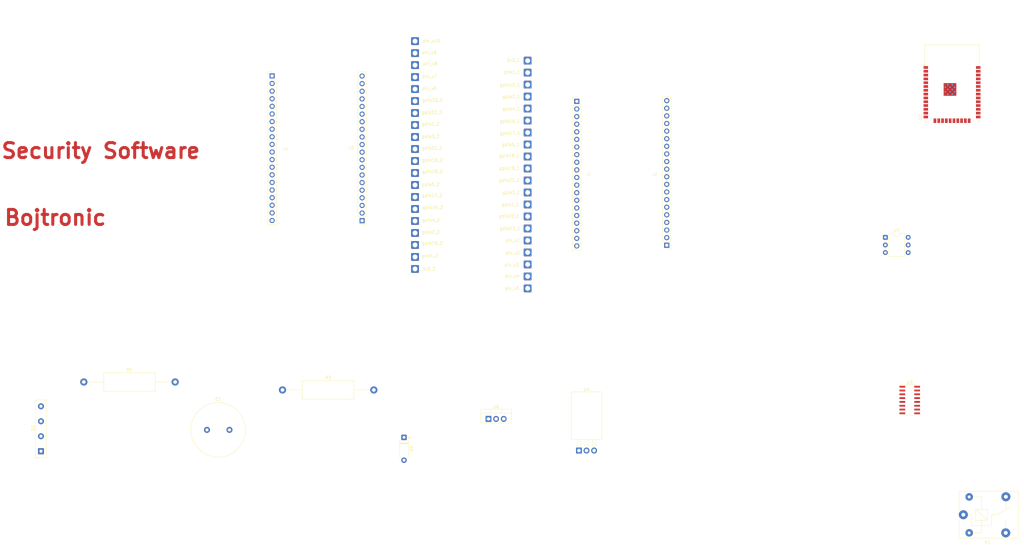
<source format=kicad_pcb>
(kicad_pcb (version 20241229) (generator "pcbnew") (generator_version "9.0")
  (layers (0 "F.Cu" signal) (2 "B.Cu" signal) (13 "F.Paste" user) (15 "B.Paste" user) (5 "F.SilkS" user "F.Silkscreen") (7 "B.SilkS" user "B.Silkscreen") (1 "F.Mask" user) (3 "B.Mask" user) (25 "Edge.Cuts" user))
  (net 0 "")
  (net 21 "Net-(3v3_2-Pin_1)")
  (net 22 "Net-(J3-Pin_2)")
  (net 23 "Net-(J3-Pin_13)")
  (net 24 "Net-(J3-Pin_4)")
  (net 25 "Net-(J3-Pin_12)")
  (net 26 "Net-(J3-Pin_5)")
  (net 27 "Net-(J3-Pin_8)")
  (net 28 "Net-(J3-Pin_3)")
  (net 29 "Net-(J3-Pin_6)")
  (net 30 "Net-(J3-Pin_7)")
  (net 31 "Net-(J3-Pin_9)")
  (net 32 "Net-(J3-Pin_10)")
  (net 33 "Net-(J3-Pin_11)")
  (net 34 "Net-(J3-Pin_14)")
  (net 35 "Net-(J3-Pin_15)")
  (net 36 "Net-(J3-Pin_16)")
  (net 37 "Net-(J3-Pin_17)")
  (net 38 "Net-(J3-Pin_18)")
  (net 39 "Net-(J3-Pin_19)")
  (net 40 "Net-(J3-Pin_20)")
  (net 61 "Net-(J1-Pin_18)")
  (net 62 "Net-(J1-Pin_20)")
  (net 63 "Net-(J1-Pin_17)")
  (net 64 "Net-(J1-Pin_19)")
  (net 65 "Net-(J1-Pin_16)")
  (net 66 "Net-(J1-Pin_15)")
  (net 67 "Net-(J1-Pin_14)")
  (net 68 "Net-(J1-Pin_11)")
  (net 69 "Net-(J1-Pin_10)")
  (net 70 "Net-(J1-Pin_9)")
  (net 71 "Net-(J1-Pin_7)")
  (net 72 "Net-(J1-Pin_6)")
  (net 73 "Net-(J1-Pin_3)")
  (net 74 "Net-(J1-Pin_8)")
  (net 75 "Net-(J1-Pin_5)")
  (net 76 "Net-(J1-Pin_12)")
  (net 77 "Net-(J1-Pin_4)")
  (net 78 "Net-(J1-Pin_13)")
  (net 79 "Net-(J1-Pin_2)")
  (net 80 "Net-(3v3_1-Pin_1)")
  (net 87 "Net-(U2-GND-Pad1)")
  (footprint "Connector_Wire:SolderWire-0.75sqmm_1x01_D1.25mm_OD2.3mm" (layer "F.Cu") (at 110.22 -0.89)
    (property "Reference" "gpio2_1" (at -5.47 0 0) (layer "F.SilkS"))
    (property "Value" "~" (hide yes))
    (pad "1" thru_hole roundrect (at 0 0) (size 2.6 2.6) (drill 1.6) (layers "*.Cu" "*.Mask") (roundrect_rratio 0.096154) (net 77 "Net-(J1-Pin_4)"))
  )
  (footprint "RF_Module:ESP32-WROOM-32" (layer "F.Cu") (at 251.845 -2.3625)
    (property "Reference" "U2" (at -10.61 8.43 90) (layer "F.SilkS"))
    (property "Value" "ESP32-WROOM-32")
    (fp_line (start -9.12 -15.86) (end -9.12 -9.7) (stroke (width 0.12)) (layer "F.SilkS"))
    (fp_line (start -9.12 -15.86) (end 9.12 -15.86) (stroke (width 0.12)) (layer "F.SilkS"))
    (fp_line (start -9.12 9.1) (end -9.12 9.88) (stroke (width 0.12)) (layer "F.SilkS"))
    (fp_line (start -9.12 9.88) (end -8.12 9.88) (stroke (width 0.12)) (layer "F.SilkS"))
    (fp_line (start 9.12 -15.86) (end 9.12 -9.445) (stroke (width 0.12)) (layer "F.SilkS"))
    (fp_line (start 9.12 9.1) (end 9.12 9.88) (stroke (width 0.12)) (layer "F.SilkS"))
    (fp_line (start 9.12 9.88) (end 8.12 9.88) (stroke (width 0.12)) (layer "F.SilkS"))
    (fp_poly (pts (xy -9.125 -8.975) (xy -9.625 -8.975) (xy -9.125 -9.475) (xy -9.125 -8.975)) (stroke (width 0.12)) (fill yes) (layer "F.SilkS"))
    (pad "1" smd rect (at -8.75 -8.25) (size 1.5 0.9) (layers "F.Cu" "F.Mask" "F.Paste") (net 87 "Net-(U2-GND-Pad1)"))
    (pad "2" smd rect (at -8.75 -6.98) (size 1.5 0.9) (layers "F.Cu" "F.Mask" "F.Paste"))
    (pad "3" smd rect (at -8.75 -5.71) (size 1.5 0.9) (layers "F.Cu" "F.Mask" "F.Paste"))
    (pad "4" smd rect (at -8.75 -4.44) (size 1.5 0.9) (layers "F.Cu" "F.Mask" "F.Paste"))
    (pad "5" smd rect (at -8.75 -3.17) (size 1.5 0.9) (layers "F.Cu" "F.Mask" "F.Paste"))
    (pad "6" smd rect (at -8.75 -1.9) (size 1.5 0.9) (layers "F.Cu" "F.Mask" "F.Paste"))
    (pad "7" smd rect (at -8.75 -0.63) (size 1.5 0.9) (layers "F.Cu" "F.Mask" "F.Paste"))
    (pad "8" smd rect (at -8.75 0.64) (size 1.5 0.9) (layers "F.Cu" "F.Mask" "F.Paste"))
    (pad "9" smd rect (at -8.75 1.91) (size 1.5 0.9) (layers "F.Cu" "F.Mask" "F.Paste"))
    (pad "10" smd rect (at -8.75 3.18) (size 1.5 0.9) (layers "F.Cu" "F.Mask" "F.Paste"))
    (pad "11" smd rect (at -8.75 4.45) (size 1.5 0.9) (layers "F.Cu" "F.Mask" "F.Paste"))
    (pad "12" smd rect (at -8.75 5.72) (size 1.5 0.9) (layers "F.Cu" "F.Mask" "F.Paste"))
    (pad "13" smd rect (at -8.75 6.99) (size 1.5 0.9) (layers "F.Cu" "F.Mask" "F.Paste"))
    (pad "14" smd rect (at -8.75 8.26) (size 1.5 0.9) (layers "F.Cu" "F.Mask" "F.Paste"))
    (pad "15" smd rect (at -5.71 9.51 90) (size 1.5 0.9) (layers "F.Cu" "F.Mask" "F.Paste") (net 87 "Net-(U2-GND-Pad1)"))
    (pad "16" smd rect (at -4.44 9.51 90) (size 1.5 0.9) (layers "F.Cu" "F.Mask" "F.Paste"))
    (pad "17" smd rect (at -3.17 9.51 90) (size 1.5 0.9) (layers "F.Cu" "F.Mask" "F.Paste"))
    (pad "18" smd rect (at -1.9 9.51 90) (size 1.5 0.9) (layers "F.Cu" "F.Mask" "F.Paste"))
    (pad "19" smd rect (at -0.63 9.51 90) (size 1.5 0.9) (layers "F.Cu" "F.Mask" "F.Paste"))
    (pad "20" smd rect (at 0.64 9.51 90) (size 1.5 0.9) (layers "F.Cu" "F.Mask" "F.Paste"))
    (pad "21" smd rect (at 1.91 9.51 90) (size 1.5 0.9) (layers "F.Cu" "F.Mask" "F.Paste"))
    (pad "22" smd rect (at 3.18 9.51 90) (size 1.5 0.9) (layers "F.Cu" "F.Mask" "F.Paste"))
    (pad "23" smd rect (at 4.45 9.51 90) (size 1.5 0.9) (layers "F.Cu" "F.Mask" "F.Paste"))
    (pad "24" smd rect (at 5.72 9.51 90) (size 1.5 0.9) (layers "F.Cu" "F.Mask" "F.Paste"))
    (pad "25" smd rect (at 8.75 8.26) (size 1.5 0.9) (layers "F.Cu" "F.Mask" "F.Paste"))
    (pad "26" smd rect (at 8.75 6.99) (size 1.5 0.9) (layers "F.Cu" "F.Mask" "F.Paste"))
    (pad "27" smd rect (at 8.75 5.72) (size 1.5 0.9) (layers "F.Cu" "F.Mask" "F.Paste"))
    (pad "28" smd rect (at 8.75 4.45) (size 1.5 0.9) (layers "F.Cu" "F.Mask" "F.Paste"))
    (pad "29" smd rect (at 8.75 3.18) (size 1.5 0.9) (layers "F.Cu" "F.Mask" "F.Paste"))
    (pad "30" smd rect (at 8.75 1.91) (size 1.5 0.9) (layers "F.Cu" "F.Mask" "F.Paste"))
    (pad "31" smd rect (at 8.75 0.64) (size 1.5 0.9) (layers "F.Cu" "F.Mask" "F.Paste"))
    (pad "32" smd rect (at 8.75 -0.63) (size 1.5 0.9) (layers "F.Cu" "F.Mask" "F.Paste"))
    (pad "33" smd rect (at 8.75 -1.9) (size 1.5 0.9) (layers "F.Cu" "F.Mask" "F.Paste"))
    (pad "34" smd rect (at 8.75 -3.17) (size 1.5 0.9) (layers "F.Cu" "F.Mask" "F.Paste"))
    (pad "35" smd rect (at 8.75 -4.44) (size 1.5 0.9) (layers "F.Cu" "F.Mask" "F.Paste"))
    (pad "36" smd rect (at 8.75 -5.71) (size 1.5 0.9) (layers "F.Cu" "F.Mask" "F.Paste"))
    (pad "37" smd rect (at 8.75 -6.98) (size 1.5 0.9) (layers "F.Cu" "F.Mask" "F.Paste"))
    (pad "38" smd rect (at 8.75 -8.25) (size 1.5 0.9) (layers "F.Cu" "F.Mask" "F.Paste") (net 87 "Net-(U2-GND-Pad1)"))
    (pad "39" smd rect (at -2.205 -2.435) (size 1.05 1.05) (layers "F.Cu" "F.Paste") (net 87 "Net-(U2-GND-Pad1)"))
    (pad "39" thru_hole circle (at -2.205 -1.6725) (size 0.6 0.6) (drill 0.2) (property pad_prop_heatsink) (layers "*.Cu" "F.Mask") (net 87 "Net-(U2-GND-Pad1)"))
    (pad "39" smd rect (at -2.205 -0.91) (size 1.05 1.05) (layers "F.Cu" "F.Paste") (net 87 "Net-(U2-GND-Pad1)"))
    (pad "39" thru_hole circle (at -2.205 -0.1475) (size 0.6 0.6) (drill 0.2) (property pad_prop_heatsink) (layers "*.Cu" "F.Mask") (net 87 "Net-(U2-GND-Pad1)"))
    (pad "39" smd rect (at -2.205 0.615) (size 1.05 1.05) (layers "F.Cu" "F.Paste") (net 87 "Net-(U2-GND-Pad1)"))
    (pad "39" thru_hole circle (at -1.4425 -2.435) (size 0.6 0.6) (drill 0.2) (property pad_prop_heatsink) (layers "*.Cu" "F.Mask") (net 87 "Net-(U2-GND-Pad1)"))
    (pad "39" thru_hole circle (at -1.4425 -0.91) (size 0.6 0.6) (drill 0.2) (property pad_prop_heatsink) (layers "*.Cu" "F.Mask") (net 87 "Net-(U2-GND-Pad1)"))
    (pad "39" thru_hole circle (at -1.4425 0.615) (size 0.6 0.6) (drill 0.2) (property pad_prop_heatsink) (layers "*.Cu" "F.Mask") (net 87 "Net-(U2-GND-Pad1)"))
    (pad "39" smd rect (at -0.68 -2.435) (size 1.05 1.05) (layers "F.Cu" "F.Paste") (net 87 "Net-(U2-GND-Pad1)"))
    (pad "39" thru_hole circle (at -0.68 -1.6725) (size 0.6 0.6) (drill 0.2) (property pad_prop_heatsink) (layers "*.Cu" "F.Mask") (net 87 "Net-(U2-GND-Pad1)"))
    (pad "39" smd rect (at -0.68 -0.91) (size 1.05 1.05) (layers "F.Cu" "F.Paste") (net 87 "Net-(U2-GND-Pad1)"))
    (pad "39" smd rect (at -0.68 -0.91) (size 4.2 4.2) (property pad_prop_heatsink) (layers "F.Cu" "F.Mask") (net 87 "Net-(U2-GND-Pad1)"))
    (pad "39" thru_hole circle (at -0.68 -0.1475) (size 0.6 0.6) (drill 0.2) (property pad_prop_heatsink) (layers "*.Cu" "F.Mask") (net 87 "Net-(U2-GND-Pad1)"))
    (pad "39" smd rect (at -0.68 0.615) (size 1.05 1.05) (layers "F.Cu" "F.Paste") (net 87 "Net-(U2-GND-Pad1)"))
    (pad "39" thru_hole circle (at 0.0825 -2.435) (size 0.6 0.6) (drill 0.2) (property pad_prop_heatsink) (layers "*.Cu" "F.Mask") (net 87 "Net-(U2-GND-Pad1)"))
    (pad "39" thru_hole circle (at 0.0825 -0.91) (size 0.6 0.6) (drill 0.2) (property pad_prop_heatsink) (layers "*.Cu" "F.Mask") (net 87 "Net-(U2-GND-Pad1)"))
    (pad "39" thru_hole circle (at 0.0825 0.615) (size 0.6 0.6) (drill 0.2) (property pad_prop_heatsink) (layers "*.Cu" "F.Mask") (net 87 "Net-(U2-GND-Pad1)"))
    (pad "39" smd rect (at 0.845 -2.435) (size 1.05 1.05) (layers "F.Cu" "F.Paste") (net 87 "Net-(U2-GND-Pad1)"))
    (pad "39" thru_hole circle (at 0.845 -1.6725) (size 0.6 0.6) (drill 0.2) (property pad_prop_heatsink) (layers "*.Cu" "F.Mask") (net 87 "Net-(U2-GND-Pad1)"))
    (pad "39" smd rect (at 0.845 -0.91) (size 1.05 1.05) (layers "F.Cu" "F.Paste") (net 87 "Net-(U2-GND-Pad1)"))
    (pad "39" thru_hole circle (at 0.845 -0.1475) (size 0.6 0.6) (drill 0.2) (property pad_prop_heatsink) (layers "*.Cu" "F.Mask") (net 87 "Net-(U2-GND-Pad1)"))
    (pad "39" smd rect (at 0.845 0.615) (size 1.05 1.05) (layers "F.Cu" "F.Paste") (net 87 "Net-(U2-GND-Pad1)"))
  )
  (footprint "Connector_Wire:SolderWire-0.75sqmm_1x01_D1.25mm_OD2.3mm" (layer "F.Cu") (at 110.22 31.11)
    (property "Reference" "gpio3_1" (at -5.47 0.01 0) (layer "F.SilkS"))
    (property "Value" "~" (hide yes))
    (pad "1" thru_hole roundrect (at 0 0) (size 2.6 2.6) (drill 1.6) (layers "*.Cu" "*.Mask") (roundrect_rratio 0.096154) (net 76 "Net-(J1-Pin_12)"))
  )
  (footprint "Package_TO_SOT_THT:TO-220-3_Horizontal_TabDown" (layer "F.Cu") (at 127.32 117.23)
    (property "Reference" "U4" (at 2.54 -20.41 0) (layer "F.SilkS"))
    (property "Value" "LM1117T-3.3")
    (fp_line (start -2.57 -19.57) (end 7.65 -19.57) (stroke (width 0.12)) (layer "F.SilkS"))
    (fp_line (start -2.57 -3.7) (end -2.57 -19.57) (stroke (width 0.12)) (layer "F.SilkS"))
    (fp_line (start -2.57 -3.7) (end 7.65 -3.7) (stroke (width 0.12)) (layer "F.SilkS"))
    (fp_line (start -0.485 -3.7) (end -0.485 -1.26) (stroke (width 0.12)) (layer "F.SilkS"))
    (fp_line (start 0.485 -3.7) (end 0.485 -1.26) (stroke (width 0.12)) (layer "F.SilkS"))
    (fp_line (start 2.055 -3.7) (end 2.055 -1.26) (stroke (width 0.12)) (layer "F.SilkS"))
    (fp_line (start 3.025 -3.7) (end 3.025 -1.26) (stroke (width 0.12)) (layer "F.SilkS"))
    (fp_line (start 4.595 -3.7) (end 4.595 -1.26) (stroke (width 0.12)) (layer "F.SilkS"))
    (fp_line (start 5.565 -3.7) (end 5.565 -1.26) (stroke (width 0.12)) (layer "F.SilkS"))
    (fp_line (start 7.65 -3.7) (end 7.65 -19.57) (stroke (width 0.12)) (layer "F.SilkS"))
    (pad "" np_thru_hole circle (at 2.54 -16.66) (size 3.5 3.5) (drill 3.5) (layers "*.Cu" "*.Mask"))
    (pad "1" thru_hole rect (at 0 0) (size 1.905 2) (drill 1.1) (layers "*.Cu" "*.Mask"))
    (pad "2" thru_hole oval (at 2.54 0) (size 1.905 2) (drill 1.1) (layers "*.Cu" "*.Mask"))
    (pad "3" thru_hole oval (at 5.08 0) (size 1.905 2) (drill 1.1) (layers "*.Cu" "*.Mask"))
  )
  (footprint "Package_SO:SOIC-16_3.9x9.9mm_P1.27mm" (layer "F.Cu") (at 237.725 100.365)
    (property "Reference" "U3" (at 0 -5.9 0) (layer "F.SilkS"))
    (property "Value" "CH340C")
    (fp_line (start -2.06 -5.06) (end 2.06 -5.06) (stroke (width 0.12)) (layer "F.SilkS"))
    (fp_line (start -2.06 -5.005) (end -2.06 -5.06) (stroke (width 0.12)) (layer "F.SilkS"))
    (fp_line (start -2.06 5.06) (end -2.06 5.005) (stroke (width 0.12)) (layer "F.SilkS"))
    (fp_line (start 2.06 -5.06) (end 2.06 -5.005) (stroke (width 0.12)) (layer "F.SilkS"))
    (fp_line (start 2.06 5.005) (end 2.06 5.06) (stroke (width 0.12)) (layer "F.SilkS"))
    (fp_line (start 2.06 5.06) (end -2.06 5.06) (stroke (width 0.12)) (layer "F.SilkS"))
    (fp_poly (pts (xy -2.6 -5.01) (xy -2.84 -5.34) (xy -2.36 -5.34)) (stroke (width 0.12)) (fill yes) (layer "F.SilkS"))
    (pad "1" smd roundrect (at -2.475 -4.445) (size 1.95 0.6) (layers "F.Cu" "F.Mask" "F.Paste"))
    (pad "2" smd roundrect (at -2.475 -3.175) (size 1.95 0.6) (layers "F.Cu" "F.Mask" "F.Paste"))
    (pad "3" smd roundrect (at -2.475 -1.905) (size 1.95 0.6) (layers "F.Cu" "F.Mask" "F.Paste"))
    (pad "4" smd roundrect (at -2.475 -0.635) (size 1.95 0.6) (layers "F.Cu" "F.Mask" "F.Paste"))
    (pad "5" smd roundrect (at -2.475 0.635) (size 1.95 0.6) (layers "F.Cu" "F.Mask" "F.Paste"))
    (pad "6" smd roundrect (at -2.475 1.905) (size 1.95 0.6) (layers "F.Cu" "F.Mask" "F.Paste"))
    (pad "7" smd roundrect (at -2.475 3.175) (size 1.95 0.6) (layers "F.Cu" "F.Mask" "F.Paste"))
    (pad "8" smd roundrect (at -2.475 4.445) (size 1.95 0.6) (layers "F.Cu" "F.Mask" "F.Paste"))
    (pad "9" smd roundrect (at 2.475 4.445) (size 1.95 0.6) (layers "F.Cu" "F.Mask" "F.Paste"))
    (pad "10" smd roundrect (at 2.475 3.175) (size 1.95 0.6) (layers "F.Cu" "F.Mask" "F.Paste"))
    (pad "11" smd roundrect (at 2.475 1.905) (size 1.95 0.6) (layers "F.Cu" "F.Mask" "F.Paste"))
    (pad "12" smd roundrect (at 2.475 0.635) (size 1.95 0.6) (layers "F.Cu" "F.Mask" "F.Paste"))
    (pad "13" smd roundrect (at 2.475 -0.635) (size 1.95 0.6) (layers "F.Cu" "F.Mask" "F.Paste"))
    (pad "14" smd roundrect (at 2.475 -1.905) (size 1.95 0.6) (layers "F.Cu" "F.Mask" "F.Paste"))
    (pad "15" smd roundrect (at 2.475 -3.175) (size 1.95 0.6) (layers "F.Cu" "F.Mask" "F.Paste"))
    (pad "16" smd roundrect (at 2.475 -4.445) (size 1.95 0.6) (layers "F.Cu" "F.Mask" "F.Paste"))
  )
  (footprint "Resistor_THT:R_Axial_DIN0617_L17.0mm_D6.0mm_P30.48mm_Horizontal" (layer "F.Cu") (at -37.9 94.35)
    (property "Reference" "R1" (at 15.24 -4.12 0) (layer "F.SilkS"))
    (property "Value" "R_US")
    (fp_line (start 1.44 0) (end 6.62 0) (stroke (width 0.12)) (layer "F.SilkS"))
    (fp_line (start 29.04 0) (end 23.86 0) (stroke (width 0.12)) (layer "F.SilkS"))
    (fp_rect (start 6.62 -3.12) (end 23.86 3.12) (stroke (width 0.12)) (fill no) (layer "F.SilkS"))
    (pad "1" thru_hole circle (at 0 0) (size 2.4 2.4) (drill 1.2) (layers "*.Cu" "*.Mask"))
    (pad "2" thru_hole circle (at 30.48 0) (size 2.4 2.4) (drill 1.2) (layers "*.Cu" "*.Mask"))
  )
  (footprint "Connector_Wire:SolderWire-0.75sqmm_1x01_D1.25mm_OD2.3mm" (layer "F.Cu") (at 110.22 23.11)
    (property "Reference" "gpio19_1" (at -6.06 -0.12 0) (layer "F.SilkS"))
    (property "Value" "~" (hide yes))
    (pad "1" thru_hole roundrect (at 0 0) (size 2.6 2.6) (drill 1.6) (layers "*.Cu" "*.Mask") (roundrect_rratio 0.096154) (net 69 "Net-(J1-Pin_10)"))
  )
  (footprint "Connector_Wire:SolderWire-0.75sqmm_1x01_D1.25mm_OD2.3mm" (layer "F.Cu") (at 72.64 44.61)
    (property "Reference" "gpio2_2" (at 5.32 -0.3 0) (layer "F.SilkS"))
    (property "Value" "~" (hide yes))
    (pad "1" thru_hole roundrect (at 0 0) (size 2.6 2.6) (drill 1.6) (layers "*.Cu" "*.Mask") (roundrect_rratio 0.096154) (net 24 "Net-(J3-Pin_4)"))
  )
  (footprint "Connector_Wire:SolderWire-0.75sqmm_1x01_D1.25mm_OD2.3mm" (layer "F.Cu") (at 72.64 -19.39)
    (property "Reference" "pin_x10" (at 5.43 -0.09 0) (layer "F.SilkS"))
    (property "Value" "~" (hide yes))
    (pad "1" thru_hole roundrect (at 0 0) (size 2.6 2.6) (drill 1.6) (layers "*.Cu" "*.Mask") (roundrect_rratio 0.096154) (net 40 "Net-(J3-Pin_20)"))
  )
  (footprint "Connector_Wire:SolderWire-0.75sqmm_1x01_D1.25mm_OD2.3mm" (layer "F.Cu") (at 72.64 56.61)
    (property "Reference" "3v3_2" (at 4.58 0.03 0) (layer "F.SilkS"))
    (property "Value" "~" (hide yes))
    (pad "1" thru_hole roundrect (at 0 0) (size 2.6 2.6) (drill 1.6) (layers "*.Cu" "*.Mask") (roundrect_rratio 0.096154) (net 21 "Net-(3v3_2-Pin_1)"))
  )
  (footprint "Connector_Wire:SolderWire-0.75sqmm_1x01_D1.25mm_OD2.3mm" (layer "F.Cu") (at 72.64 -3.39)
    (property "Reference" "pin_x6" (at 4.74 -0.2 0) (layer "F.SilkS"))
    (property "Value" "~" (hide yes))
    (pad "1" thru_hole roundrect (at 0 0) (size 2.6 2.6) (drill 1.6) (layers "*.Cu" "*.Mask") (roundrect_rratio 0.096154) (net 36 "Net-(J3-Pin_16)"))
  )
  (footprint "Connector_Wire:SolderWire-0.75sqmm_1x01_D1.25mm_OD2.3mm" (layer "F.Cu") (at 110.22 7.11)
    (property "Reference" "gpio16_1" (at -5.91 0.19 0) (layer "F.SilkS"))
    (property "Value" "~" (hide yes))
    (pad "1" thru_hole roundrect (at 0 0) (size 2.6 2.6) (drill 1.6) (layers "*.Cu" "*.Mask") (roundrect_rratio 0.096154) (net 72 "Net-(J1-Pin_6)"))
  )
  (footprint "Connector_Wire:SolderWire-0.75sqmm_1x01_D1.25mm_OD2.3mm" (layer "F.Cu") (at 110.22 39.11)
    (property "Reference" "gpio22_1" (at -6.21 -0.15 0) (layer "F.SilkS"))
    (property "Value" "~" (hide yes))
    (pad "1" thru_hole roundrect (at 0 0) (size 2.6 2.6) (drill 1.6) (layers "*.Cu" "*.Mask") (roundrect_rratio 0.096154) (net 67 "Net-(J1-Pin_14)"))
  )
  (footprint "Connector_Wire:SolderWire-0.75sqmm_1x01_D1.25mm_OD2.3mm" (layer "F.Cu") (at 72.64 24.61)
    (property "Reference" "gpio18_2" (at 5.82 -0.49 0) (layer "F.SilkS"))
    (property "Value" "~" (hide yes))
    (pad "1" thru_hole roundrect (at 0 0) (size 2.6 2.6) (drill 1.6) (layers "*.Cu" "*.Mask") (roundrect_rratio 0.096154) (net 31 "Net-(J3-Pin_9)"))
  )
  (footprint "Connector_Wire:SolderWire-0.75sqmm_1x01_D1.25mm_OD2.3mm" (layer "F.Cu") (at 72.64 -11.39)
    (property "Reference" "pin_x8" (at 5.04 -0.49 0) (layer "F.SilkS"))
    (property "Value" "~" (hide yes))
    (pad "1" thru_hole roundrect (at 0 0) (size 2.6 2.6) (drill 1.6) (layers "*.Cu" "*.Mask") (roundrect_rratio 0.096154) (net 38 "Net-(J3-Pin_18)"))
  )
  (footprint "Connector_Wire:SolderWire-0.75sqmm_1x01_D1.25mm_OD2.3mm" (layer "F.Cu") (at 72.64 4.61)
    (property "Reference" "gpio22_2" (at 5.62 -0.19 0) (layer "F.SilkS"))
    (property "Value" "~" (hide yes))
    (pad "1" thru_hole roundrect (at 0 0) (size 2.6 2.6) (drill 1.6) (layers "*.Cu" "*.Mask") (roundrect_rratio 0.096154) (net 34 "Net-(J3-Pin_14)"))
  )
  (footprint "Package_DIP:DIP-6_W7.62mm" (layer "F.Cu") (at 229.59 46.08)
    (property "Reference" "U1" (at 3.81 -2.33 0) (layer "F.SilkS"))
    (property "Value" "4N35")
    (fp_line (start 1.16 -1.33) (end 1.16 6.41) (stroke (width 0.12)) (layer "F.SilkS"))
    (fp_line (start 1.16 6.41) (end 6.46 6.41) (stroke (width 0.12)) (layer "F.SilkS"))
    (fp_line (start 2.81 -1.33) (end 1.16 -1.33) (stroke (width 0.12)) (layer "F.SilkS"))
    (fp_line (start 6.46 -1.33) (end 4.81 -1.33) (stroke (width 0.12)) (layer "F.SilkS"))
    (fp_line (start 6.46 6.41) (end 6.46 -1.33) (stroke (width 0.12)) (layer "F.SilkS"))
    (fp_arc (start 4.81 -1.33) (mid 3.81 -0.33) (end 2.81 -1.33) (stroke (width 0.12)) (layer "F.SilkS"))
    (pad "1" thru_hole roundrect (at 0 0) (size 1.6 1.6) (drill 0.8) (layers "*.Cu" "*.Mask") (roundrect_rratio 0.15625))
    (pad "2" thru_hole circle (at 0 2.54) (size 1.6 1.6) (drill 0.8) (layers "*.Cu" "*.Mask"))
    (pad "3" thru_hole circle (at 0 5.08) (size 1.6 1.6) (drill 0.8) (layers "*.Cu" "*.Mask"))
    (pad "4" thru_hole circle (at 7.62 5.08) (size 1.6 1.6) (drill 0.8) (layers "*.Cu" "*.Mask"))
    (pad "5" thru_hole circle (at 7.62 2.54) (size 1.6 1.6) (drill 0.8) (layers "*.Cu" "*.Mask"))
    (pad "6" thru_hole circle (at 7.62 0) (size 1.6 1.6) (drill 0.8) (layers "*.Cu" "*.Mask"))
  )
  (footprint "Connector_Wire:SolderWire-0.75sqmm_1x01_D1.25mm_OD2.3mm" (layer "F.Cu") (at 110.22 -8.89)
    (property "Reference" "gnd1_1" (at -5.17 -0.23 0) (layer "F.SilkS"))
    (property "Value" "~" (hide yes))
    (pad "1" thru_hole roundrect (at 0 0) (size 2.6 2.6) (drill 1.6) (layers "*.Cu" "*.Mask") (roundrect_rratio 0.096154) (net 79 "Net-(J1-Pin_2)"))
  )
  (footprint "Connector_Wire:SolderWire-0.75sqmm_1x01_D1.25mm_OD2.3mm" (layer "F.Cu") (at 110.22 -4.89)
    (property "Reference" "gpio15_1" (at -5.91 0.06 0) (layer "F.SilkS"))
    (property "Value" "~" (hide yes))
    (pad "1" thru_hole roundrect (at 0 0) (size 2.6 2.6) (drill 1.6) (layers "*.Cu" "*.Mask") (roundrect_rratio 0.096154) (net 73 "Net-(J1-Pin_3)"))
  )
  (footprint "Connector_Wire:SolderWire-0.75sqmm_1x01_D1.25mm_OD2.3mm" (layer "F.Cu") (at 72.64 8.61)
    (property "Reference" "gpio1_2" (at 5.22 -0.4 0) (layer "F.SilkS"))
    (property "Value" "~" (hide yes))
    (pad "1" thru_hole roundrect (at 0 0) (size 2.6 2.6) (drill 1.6) (layers "*.Cu" "*.Mask") (roundrect_rratio 0.096154) (net 23 "Net-(J3-Pin_13)"))
  )
  (footprint "Connector_Wire:SolderWire-0.75sqmm_1x01_D1.25mm_OD2.3mm" (layer "F.Cu") (at 110.22 3.11)
    (property "Reference" "gpio4_1" (at -5.47 0.05 0) (layer "F.SilkS"))
    (property "Value" "~" (hide yes))
    (pad "1" thru_hole roundrect (at 0 0) (size 2.6 2.6) (drill 1.6) (layers "*.Cu" "*.Mask") (roundrect_rratio 0.096154) (net 75 "Net-(J1-Pin_5)"))
  )
  (footprint "Connector_Wire:SolderWire-0.75sqmm_1x01_D1.25mm_OD2.3mm" (layer "F.Cu") (at 110.22 51.11)
    (property "Reference" "pin_x2" (at -5.03 0.14 0) (layer "F.SilkS"))
    (property "Value" "~" (hide yes))
    (pad "1" thru_hole roundrect (at 0 0) (size 2.6 2.6) (drill 1.6) (layers "*.Cu" "*.Mask") (roundrect_rratio 0.096154) (net 63 "Net-(J1-Pin_17)"))
  )
  (footprint "Connector_Wire:SolderWire-0.75sqmm_1x01_D1.25mm_OD2.3mm" (layer "F.Cu") (at 72.64 48.61)
    (property "Reference" "gpio15_2" (at 5.82 -0.59 0) (layer "F.SilkS"))
    (property "Value" "~" (hide yes))
    (pad "1" thru_hole roundrect (at 0 0) (size 2.6 2.6) (drill 1.6) (layers "*.Cu" "*.Mask") (roundrect_rratio 0.096154) (net 28 "Net-(J3-Pin_3)"))
  )
  (footprint "Connector_Wire:SolderWire-0.75sqmm_1x01_D1.25mm_OD2.3mm" (layer "F.Cu") (at 110.22 55.11)
    (property "Reference" "pin_x3" (at -5.32 0.13 0) (layer "F.SilkS"))
    (property "Value" "~" (hide yes))
    (pad "1" thru_hole roundrect (at 0 0) (size 2.6 2.6) (drill 1.6) (layers "*.Cu" "*.Mask") (roundrect_rratio 0.096154) (net 61 "Net-(J1-Pin_18)"))
  )
  (footprint "Connector_Wire:SolderWire-0.75sqmm_1x01_D1.25mm_OD2.3mm" (layer "F.Cu") (at 110.22 -12.89)
    (property "Reference" "3v3_1" (at -4.81 -0.15 0) (layer "F.SilkS"))
    (property "Value" "~" (hide yes))
    (pad "1" thru_hole roundrect (at 0 0) (size 2.6 2.6) (drill 1.6) (layers "*.Cu" "*.Mask") (roundrect_rratio 0.096154) (net 80 "Net-(3v3_1-Pin_1)"))
  )
  (footprint "Connector_Wire:SolderWire-0.75sqmm_1x01_D1.25mm_OD2.3mm" (layer "F.Cu") (at 110.22 27.11)
    (property "Reference" "gpio21_1" (at -6.06 -0.13 0) (layer "F.SilkS"))
    (property "Value" "~" (hide yes))
    (pad "1" thru_hole roundrect (at 0 0) (size 2.6 2.6) (drill 1.6) (layers "*.Cu" "*.Mask") (roundrect_rratio 0.096154) (net 68 "Net-(J1-Pin_11)"))
  )
  (footprint "Relay_THT:Relay_SPDT_SANYOU_SRD_Series_Form_C" (layer "F.Cu") (at 255.62 138.65)
    (property "Reference" "K1" (at 8.1 9.2 0) (layer "F.SilkS"))
    (property "Value" "SANYOU_SRD_Form_C")
    (fp_line (start -1.4 -7.8) (end -1.4 -1.2) (stroke (width 0.12)) (layer "F.SilkS"))
    (fp_line (start -1.4 -7.8) (end 18.4 -7.8) (stroke (width 0.12)) (layer "F.SilkS"))
    (fp_line (start -1.4 1.2) (end -1.4 7.8) (stroke (width 0.12)) (layer "F.SilkS"))
    (fp_line (start 2.65 0.05) (end 1.85 0.05) (stroke (width 0.12)) (layer "F.SilkS"))
    (fp_line (start 2.65 0.05) (end 2.65 3.65) (stroke (width 0.12)) (layer "F.SilkS"))
    (fp_line (start 3.55 6.05) (end 6.05 6.05) (stroke (width 0.12)) (layer "F.SilkS"))
    (fp_line (start 4.05 -1.75) (end 8.05 -1.75) (stroke (width 0.12)) (layer "F.SilkS"))
    (fp_line (start 4.05 1.85) (end 4.05 -1.75) (stroke (width 0.12)) (layer "F.SilkS"))
    (fp_line (start 6.05 -5.95) (end 3.55 -5.95) (stroke (width 0.12)) (layer "F.SilkS"))
    (fp_line (start 6.05 -5.95) (end 6.05 -1.75) (stroke (width 0.12)) (layer "F.SilkS"))
    (fp_line (start 6.05 1.85) (end 6.05 6.05) (stroke (width 0.12)) (layer "F.SilkS"))
    (fp_line (start 8.05 -1.75) (end 8.05 1.85) (stroke (width 0.12)) (layer "F.SilkS"))
    (fp_line (start 8.05 1.85) (end 4.05 -1.75) (stroke (width 0.12)) (layer "F.SilkS"))
    (fp_line (start 8.05 1.85) (end 4.05 1.85) (stroke (width 0.12)) (layer "F.SilkS"))
    (fp_line (start 9.45 0.05) (end 9.45 3.65) (stroke (width 0.12)) (layer "F.SilkS"))
    (fp_line (start 9.45 0.05) (end 10.95 0.05) (stroke (width 0.12)) (layer "F.SilkS"))
    (fp_line (start 9.45 3.65) (end 2.65 3.65) (stroke (width 0.12)) (layer "F.SilkS"))
    (fp_line (start 10.95 0.05) (end 15.55 -2.45) (stroke (width 0.12)) (layer "F.SilkS"))
    (fp_line (start 14.15 -4.2) (end 14.15 -1.7) (stroke (width 0.12)) (layer "F.SilkS"))
    (fp_line (start 14.15 4.2) (end 14.15 1.75) (stroke (width 0.12)) (layer "F.SilkS"))
    (fp_line (start 18.4 -7.8) (end 18.4 7.8) (stroke (width 0.12)) (layer "F.SilkS"))
    (fp_line (start 18.4 7.8) (end -1.4 7.8) (stroke (width 0.12)) (layer "F.SilkS"))
    (pad "1" thru_hole circle (at 0 0 90) (size 3 3) (drill 1.3) (layers "*.Cu" "*.Mask"))
    (pad "2" thru_hole circle (at 1.95 6.05 90) (size 2.5 2.5) (drill 1) (layers "*.Cu" "*.Mask"))
    (pad "3" thru_hole circle (at 14.15 6.05 90) (size 3 3) (drill 1.3) (layers "*.Cu" "*.Mask"))
    (pad "4" thru_hole circle (at 14.2 -6 90) (size 3 3) (drill 1.3) (layers "*.Cu" "*.Mask"))
    (pad "5" thru_hole circle (at 1.95 -5.95 90) (size 2.5 2.5) (drill 1) (layers "*.Cu" "*.Mask"))
  )
  (footprint "Connector_PinHeader_2.54mm:PinHeader_1x20_P2.54mm_Vertical" (layer "F.Cu") (at 54.97 40.51 180)
    (property "Reference" "J3" (at 3.7 24.37 0) (layer "F.SilkS"))
    (property "Value" "Screw_Terminal_01x20" (hide yes))
    (fp_line (start 1.38 1.27) (end 1.38 49.64) (stroke (width 0.12)) (layer "F.SilkS"))
    (fp_line (start -1.38 49.64) (end 1.38 49.64) (stroke (width 0.12)) (layer "F.SilkS"))
    (fp_line (start -1.38 1.27) (end 1.38 1.27) (stroke (width 0.12)) (layer "F.SilkS"))
    (fp_line (start -1.38 1.27) (end -1.38 49.64) (stroke (width 0.12)) (layer "F.SilkS"))
    (fp_line (start -1.38 0) (end -1.38 -1.38) (stroke (width 0.12)) (layer "F.SilkS"))
    (fp_line (start -1.38 -1.38) (end 0 -1.38) (stroke (width 0.12)) (layer "F.SilkS"))
    (pad "1" thru_hole rect (at 0 0 180) (size 1.7 1.7) (drill 1) (layers "*.Cu" "*.Mask") (net 21 "Net-(3v3_2-Pin_1)"))
    (pad "2" thru_hole circle (at 0 2.54 180) (size 1.7 1.7) (drill 1) (layers "*.Cu" "*.Mask") (net 22 "Net-(J3-Pin_2)"))
    (pad "3" thru_hole circle (at 0 5.08 180) (size 1.7 1.7) (drill 1) (layers "*.Cu" "*.Mask") (net 28 "Net-(J3-Pin_3)"))
    (pad "4" thru_hole circle (at 0 7.62 180) (size 1.7 1.7) (drill 1) (layers "*.Cu" "*.Mask") (net 24 "Net-(J3-Pin_4)"))
    (pad "5" thru_hole circle (at 0 10.16 180) (size 1.7 1.7) (drill 1) (layers "*.Cu" "*.Mask") (net 26 "Net-(J3-Pin_5)"))
    (pad "6" thru_hole circle (at 0 12.7 180) (size 1.7 1.7) (drill 1) (layers "*.Cu" "*.Mask") (net 29 "Net-(J3-Pin_6)"))
    (pad "7" thru_hole circle (at 0 15.24 180) (size 1.7 1.7) (drill 1) (layers "*.Cu" "*.Mask") (net 30 "Net-(J3-Pin_7)"))
    (pad "8" thru_hole circle (at 0 17.78 180) (size 1.7 1.7) (drill 1) (layers "*.Cu" "*.Mask") (net 27 "Net-(J3-Pin_8)"))
    (pad "9" thru_hole circle (at 0 20.32 180) (size 1.7 1.7) (drill 1) (layers "*.Cu" "*.Mask") (net 31 "Net-(J3-Pin_9)"))
    (pad "10" thru_hole circle (at 0 22.86 180) (size 1.7 1.7) (drill 1) (layers "*.Cu" "*.Mask") (net 32 "Net-(J3-Pin_10)"))
    (pad "11" thru_hole circle (at 0 25.4 180) (size 1.7 1.7) (drill 1) (layers "*.Cu" "*.Mask") (net 33 "Net-(J3-Pin_11)"))
    (pad "12" thru_hole circle (at 0 27.94 180) (size 1.7 1.7) (drill 1) (layers "*.Cu" "*.Mask") (net 25 "Net-(J3-Pin_12)"))
    (pad "13" thru_hole circle (at 0 30.48 180) (size 1.7 1.7) (drill 1) (layers "*.Cu" "*.Mask") (net 23 "Net-(J3-Pin_13)"))
    (pad "14" thru_hole circle (at 0 33.02 180) (size 1.7 1.7) (drill 1) (layers "*.Cu" "*.Mask") (net 34 "Net-(J3-Pin_14)"))
    (pad "15" thru_hole circle (at 0 35.56 180) (size 1.7 1.7) (drill 1) (layers "*.Cu" "*.Mask") (net 35 "Net-(J3-Pin_15)"))
    (pad "16" thru_hole circle (at 0 38.1 180) (size 1.7 1.7) (drill 1) (layers "*.Cu" "*.Mask") (net 36 "Net-(J3-Pin_16)"))
    (pad "17" thru_hole circle (at 0 40.64 180) (size 1.7 1.7) (drill 1) (layers "*.Cu" "*.Mask") (net 37 "Net-(J3-Pin_17)"))
    (pad "18" thru_hole circle (at 0 43.18 180) (size 1.7 1.7) (drill 1) (layers "*.Cu" "*.Mask") (net 38 "Net-(J3-Pin_18)"))
    (pad "19" thru_hole circle (at 0 45.72 180) (size 1.7 1.7) (drill 1) (layers "*.Cu" "*.Mask") (net 39 "Net-(J3-Pin_19)"))
    (pad "20" thru_hole circle (at 0 48.26 180) (size 1.7 1.7) (drill 1) (layers "*.Cu" "*.Mask") (net 40 "Net-(J3-Pin_20)"))
  )
  (footprint "Connector_Wire:SolderWire-0.75sqmm_1x01_D1.25mm_OD2.3mm" (layer "F.Cu") (at 110.22 11.11)
    (property "Reference" "gpio17_1" (at -5.91 0.19 0) (layer "F.SilkS"))
    (property "Value" "~" (hide yes))
    (pad "1" thru_hole roundrect (at 0 0) (size 2.6 2.6) (drill 1.6) (layers "*.Cu" "*.Mask") (roundrect_rratio 0.096154) (net 71 "Net-(J1-Pin_7)"))
  )
  (footprint "Connector_Wire:SolderWire-0.75sqmm_1x01_D1.25mm_OD2.3mm" (layer "F.Cu") (at 72.64 16.61)
    (property "Reference" "gpio21_2" (at 5.72 -0.39 0) (layer "F.SilkS"))
    (property "Value" "~" (hide yes))
    (pad "1" thru_hole roundrect (at 0 0) (size 2.6 2.6) (drill 1.6) (layers "*.Cu" "*.Mask") (roundrect_rratio 0.096154) (net 33 "Net-(J3-Pin_11)"))
  )
  (footprint "Diode_THT:D_A-405_P7.62mm_Horizontal" (layer "F.Cu") (at 68.95 112.84 -90)
    (property "Reference" "D2" (at 3.81 -2.47 90) (layer "F.SilkS"))
    (property "Value" "D_Zener")
    (fp_line (start 1.09 1.47) (end 6.53 1.47) (stroke (width 0.12)) (layer "F.SilkS"))
    (fp_line (start 6.53 1.47) (end 6.53 1.14) (stroke (width 0.12)) (layer "F.SilkS"))
    (fp_line (start 1.09 1.14) (end 1.09 1.47) (stroke (width 0.12)) (layer "F.SilkS"))
    (fp_line (start 1.09 -1.14) (end 1.09 -1.47) (stroke (width 0.12)) (layer "F.SilkS"))
    (fp_line (start 1.09 -1.47) (end 6.53 -1.47) (stroke (width 0.12)) (layer "F.SilkS"))
    (fp_line (start 1.87 -1.47) (end 1.87 1.47) (stroke (width 0.12)) (layer "F.SilkS"))
    (fp_line (start 1.99 -1.47) (end 1.99 1.47) (stroke (width 0.12)) (layer "F.SilkS"))
    (fp_line (start 2.11 -1.47) (end 2.11 1.47) (stroke (width 0.12)) (layer "F.SilkS"))
    (fp_line (start 6.53 -1.47) (end 6.53 -1.14) (stroke (width 0.12)) (layer "F.SilkS"))
    (fp_text user "K" (at 0 -1.9 90) (layer "F.SilkS"))
    (pad "1" thru_hole roundrect (at 0 0 270) (size 1.8 1.8) (drill 0.9) (layers "*.Cu" "*.Mask") (roundrect_rratio 0.138889))
    (pad "2" thru_hole circle (at 7.62 0 270) (size 1.8 1.8) (drill 0.9) (layers "*.Cu" "*.Mask"))
  )
  (footprint "Resistor_THT:R_Axial_DIN0617_L17.0mm_D6.0mm_P30.48mm_Horizontal" (layer "F.Cu") (at 28.405 97.01)
    (property "Reference" "R2" (at 15.24 -4.12 0) (layer "F.SilkS"))
    (property "Value" "R_US")
    (fp_line (start 1.44 0) (end 6.62 0) (stroke (width 0.12)) (layer "F.SilkS"))
    (fp_line (start 29.04 0) (end 23.86 0) (stroke (width 0.12)) (layer "F.SilkS"))
    (fp_rect (start 6.62 -3.12) (end 23.86 3.12) (stroke (width 0.12)) (fill no) (layer "F.SilkS"))
    (pad "1" thru_hole circle (at 0 0) (size 2.4 2.4) (drill 1.2) (layers "*.Cu" "*.Mask"))
    (pad "2" thru_hole circle (at 30.48 0) (size 2.4 2.4) (drill 1.2) (layers "*.Cu" "*.Mask"))
  )
  (footprint "Connector_PinHeader_2.54mm:PinHeader_1x20_P2.54mm_Vertical" (layer "F.Cu") (at 126.61 0.7)
    (property "Reference" "J1" (at 4 24.26 0) (layer "F.SilkS"))
    (property "Value" "Screw_Terminal_01x20" (hide yes))
    (fp_line (start -1.38 -1.38) (end 0 -1.38) (stroke (width 0.12)) (layer "F.SilkS"))
    (fp_line (start -1.38 0) (end -1.38 -1.38) (stroke (width 0.12)) (layer "F.SilkS"))
    (fp_line (start -1.38 1.27) (end -1.38 49.64) (stroke (width 0.12)) (layer "F.SilkS"))
    (fp_line (start -1.38 1.27) (end 1.38 1.27) (stroke (width 0.12)) (layer "F.SilkS"))
    (fp_line (start -1.38 49.64) (end 1.38 49.64) (stroke (width 0.12)) (layer "F.SilkS"))
    (fp_line (start 1.38 1.27) (end 1.38 49.64) (stroke (width 0.12)) (layer "F.SilkS"))
    (pad "1" thru_hole rect (at 0 0) (size 1.7 1.7) (drill 1) (layers "*.Cu" "*.Mask") (net 80 "Net-(3v3_1-Pin_1)"))
    (pad "2" thru_hole circle (at 0 2.54) (size 1.7 1.7) (drill 1) (layers "*.Cu" "*.Mask") (net 79 "Net-(J1-Pin_2)"))
    (pad "3" thru_hole circle (at 0 5.08) (size 1.7 1.7) (drill 1) (layers "*.Cu" "*.Mask") (net 73 "Net-(J1-Pin_3)"))
    (pad "4" thru_hole circle (at 0 7.62) (size 1.7 1.7) (drill 1) (layers "*.Cu" "*.Mask") (net 77 "Net-(J1-Pin_4)"))
    (pad "5" thru_hole circle (at 0 10.16) (size 1.7 1.7) (drill 1) (layers "*.Cu" "*.Mask") (net 75 "Net-(J1-Pin_5)"))
    (pad "6" thru_hole circle (at 0 12.7) (size 1.7 1.7) (drill 1) (layers "*.Cu" "*.Mask") (net 72 "Net-(J1-Pin_6)"))
    (pad "7" thru_hole circle (at 0 15.24) (size 1.7 1.7) (drill 1) (layers "*.Cu" "*.Mask") (net 71 "Net-(J1-Pin_7)"))
    (pad "8" thru_hole circle (at 0 17.78) (size 1.7 1.7) (drill 1) (layers "*.Cu" "*.Mask") (net 74 "Net-(J1-Pin_8)"))
    (pad "9" thru_hole circle (at 0 20.32) (size 1.7 1.7) (drill 1) (layers "*.Cu" "*.Mask") (net 70 "Net-(J1-Pin_9)"))
    (pad "10" thru_hole circle (at 0 22.86) (size 1.7 1.7) (drill 1) (layers "*.Cu" "*.Mask") (net 69 "Net-(J1-Pin_10)"))
    (pad "11" thru_hole circle (at 0 25.4) (size 1.7 1.7) (drill 1) (layers "*.Cu" "*.Mask") (net 68 "Net-(J1-Pin_11)"))
    (pad "12" thru_hole circle (at 0 27.94) (size 1.7 1.7) (drill 1) (layers "*.Cu" "*.Mask") (net 76 "Net-(J1-Pin_12)"))
    (pad "13" thru_hole circle (at 0 30.48) (size 1.7 1.7) (drill 1) (layers "*.Cu" "*.Mask") (net 78 "Net-(J1-Pin_13)"))
    (pad "14" thru_hole circle (at 0 33.02) (size 1.7 1.7) (drill 1) (layers "*.Cu" "*.Mask") (net 67 "Net-(J1-Pin_14)"))
    (pad "15" thru_hole circle (at 0 35.56) (size 1.7 1.7) (drill 1) (layers "*.Cu" "*.Mask") (net 66 "Net-(J1-Pin_15)"))
    (pad "16" thru_hole circle (at 0 38.1) (size 1.7 1.7) (drill 1) (layers "*.Cu" "*.Mask") (net 65 "Net-(J1-Pin_16)"))
    (pad "17" thru_hole circle (at 0 40.64) (size 1.7 1.7) (drill 1) (layers "*.Cu" "*.Mask") (net 63 "Net-(J1-Pin_17)"))
    (pad "18" thru_hole circle (at 0 43.18) (size 1.7 1.7) (drill 1) (layers "*.Cu" "*.Mask") (net 61 "Net-(J1-Pin_18)"))
    (pad "19" thru_hole circle (at 0 45.72) (size 1.7 1.7) (drill 1) (layers "*.Cu" "*.Mask") (net 64 "Net-(J1-Pin_19)"))
    (pad "20" thru_hole circle (at 0 48.26) (size 1.7 1.7) (drill 1) (layers "*.Cu" "*.Mask") (net 62 "Net-(J1-Pin_20)"))
  )
  (footprint "Connector_Wire:SolderWire-0.75sqmm_1x01_D1.25mm_OD2.3mm" (layer "F.Cu") (at 110.22 15.11)
    (property "Reference" "gpio5_1" (at -5.62 0 0) (layer "F.SilkS"))
    (property "Value" "~" (hide yes))
    (pad "1" thru_hole roundrect (at 0 0) (size 2.6 2.6) (drill 1.6) (layers "*.Cu" "*.Mask") (roundrect_rratio 0.096154) (net 74 "Net-(J1-Pin_8)"))
  )
  (footprint "Connector_PinHeader_2.54mm:PinHeader_1x20_P2.54mm_Vertical" (layer "F.Cu") (at 24.94 -7.8)
    (property "Reference" "J4" (at 4.43 24.39 0) (layer "F.SilkS"))
    (property "Value" "Screw_Terminal_01x20" (hide yes))
    (fp_line (start -1.38 -1.38) (end 0 -1.38) (stroke (width 0.12)) (layer "F.SilkS"))
    (fp_line (start -1.38 0) (end -1.38 -1.38) (stroke (width 0.12)) (layer "F.SilkS"))
    (fp_line (start -1.38 1.27) (end -1.38 49.64) (stroke (width 0.12)) (layer "F.SilkS"))
    (fp_line (start -1.38 1.27) (end 1.38 1.27) (stroke (width 0.12)) (layer "F.SilkS"))
    (fp_line (start -1.38 49.64) (end 1.38 49.64) (stroke (width 0.12)) (layer "F.SilkS"))
    (fp_line (start 1.38 1.27) (end 1.38 49.64) (stroke (width 0.12)) (layer "F.SilkS"))
    (pad "1" thru_hole rect (at 0 0) (size 1.7 1.7) (drill 1) (layers "*.Cu" "*.Mask"))
    (pad "2" thru_hole circle (at 0 2.54) (size 1.7 1.7) (drill 1) (layers "*.Cu" "*.Mask"))
    (pad "3" thru_hole circle (at 0 5.08) (size 1.7 1.7) (drill 1) (layers "*.Cu" "*.Mask"))
    (pad "4" thru_hole circle (at 0 7.62) (size 1.7 1.7) (drill 1) (layers "*.Cu" "*.Mask"))
    (pad "5" thru_hole circle (at 0 10.16) (size 1.7 1.7) (drill 1) (layers "*.Cu" "*.Mask"))
    (pad "6" thru_hole circle (at 0 12.7) (size 1.7 1.7) (drill 1) (layers "*.Cu" "*.Mask"))
    (pad "7" thru_hole circle (at 0 15.24) (size 1.7 1.7) (drill 1) (layers "*.Cu" "*.Mask"))
    (pad "8" thru_hole circle (at 0 17.78) (size 1.7 1.7) (drill 1) (layers "*.Cu" "*.Mask"))
    (pad "9" thru_hole circle (at 0 20.32) (size 1.7 1.7) (drill 1) (layers "*.Cu" "*.Mask"))
    (pad "10" thru_hole circle (at 0 22.86) (size 1.7 1.7) (drill 1) (layers "*.Cu" "*.Mask"))
    (pad "11" thru_hole circle (at 0 25.4) (size 1.7 1.7) (drill 1) (layers "*.Cu" "*.Mask"))
    (pad "12" thru_hole circle (at 0 27.94) (size 1.7 1.7) (drill 1) (layers "*.Cu" "*.Mask"))
    (pad "13" thru_hole circle (at 0 30.48) (size 1.7 1.7) (drill 1) (layers "*.Cu" "*.Mask"))
    (pad "14" thru_hole circle (at 0 33.02) (size 1.7 1.7) (drill 1) (layers "*.Cu" "*.Mask"))
    (pad "15" thru_hole circle (at 0 35.56) (size 1.7 1.7) (drill 1) (layers "*.Cu" "*.Mask"))
    (pad "16" thru_hole circle (at 0 38.1) (size 1.7 1.7) (drill 1) (layers "*.Cu" "*.Mask"))
    (pad "17" thru_hole circle (at 0 40.64) (size 1.7 1.7) (drill 1) (layers "*.Cu" "*.Mask"))
    (pad "18" thru_hole circle (at 0 43.18) (size 1.7 1.7) (drill 1) (layers "*.Cu" "*.Mask"))
    (pad "19" thru_hole circle (at 0 45.72) (size 1.7 1.7) (drill 1) (layers "*.Cu" "*.Mask"))
    (pad "20" thru_hole circle (at 0 48.26) (size 1.7 1.7) (drill 1) (layers "*.Cu" "*.Mask"))
  )
  (footprint "Connector_Wire:SolderWire-0.75sqmm_1x01_D1.25mm_OD2.3mm" (layer "F.Cu") (at 72.64 32.61)
    (property "Reference" "gpio17_2" (at 5.72 -0.49 0) (layer "F.SilkS"))
    (property "Value" "~" (hide yes))
    (pad "1" thru_hole roundrect (at 0 0) (size 2.6 2.6) (drill 1.6) (layers "*.Cu" "*.Mask") (roundrect_rratio 0.096154) (net 30 "Net-(J3-Pin_7)"))
  )
  (footprint "Connector_Wire:SolderWire-0.75sqmm_1x01_D1.25mm_OD2.3mm" (layer "F.Cu") (at 72.64 36.61)
    (property "Reference" "gpio16_2" (at 5.91 -0.5 0) (layer "F.SilkS"))
    (property "Value" "~" (hide yes))
    (pad "1" thru_hole roundrect (at 0 0) (size 2.6 2.6) (drill 1.6) (layers "*.Cu" "*.Mask") (roundrect_rratio 0.096154) (net 29 "Net-(J3-Pin_6)"))
  )
  (footprint "Connector_Wire:SolderWire-0.75sqmm_1x01_D1.25mm_OD2.3mm" (layer "F.Cu") (at 72.64 -15.39)
    (property "Reference" "pin_x9" (at 4.74 -0.2 0) (layer "F.SilkS"))
    (property "Value" "~" (hide yes))
    (pad "1" thru_hole roundrect (at 0 0) (size 2.6 2.6) (drill 1.6) (layers "*.Cu" "*.Mask") (roundrect_rratio 0.096154) (net 39 "Net-(J3-Pin_19)"))
  )
  (footprint "Connector_Wire:SolderWire-0.75sqmm_1x01_D1.25mm_OD2.3mm" (layer "F.Cu") (at 72.64 -7.39)
    (property "Reference" "pin_x7" (at 4.84 -0.2 0) (layer "F.SilkS"))
    (property "Value" "~" (hide yes))
    (pad "1" thru_hole roundrect (at 0 0) (size 2.6 2.6) (drill 1.6) (layers "*.Cu" "*.Mask") (roundrect_rratio 0.096154) (net 37 "Net-(J3-Pin_17)"))
  )
  (footprint "Connector_Wire:SolderWire-0.75sqmm_1x01_D1.25mm_OD2.3mm" (layer "F.Cu") (at 72.64 28.61)
    (property "Reference" "gpio5_2" (at 5.23 -0.2 0) (layer "F.SilkS"))
    (property "Value" "~" (hide yes))
    (pad "1" thru_hole roundrect (at 0 0) (size 2.6 2.6) (drill 1.6) (layers "*.Cu" "*.Mask") (roundrect_rratio 0.096154) (net 27 "Net-(J3-Pin_8)"))
  )
  (footprint "Connector_Wire:SolderWire-0.75sqmm_1x01_D1.25mm_OD2.3mm" (layer "F.Cu") (at 110.22 19.11)
    (property "Reference" "gpio18_1" (at -6.06 -0.3 0) (layer "F.SilkS"))
    (property "Value" "~" (hide yes))
    (pad "1" thru_hole roundrect (at 0 0) (size 2.6 2.6) (drill 1.6) (layers "*.Cu" "*.Mask") (roundrect_rratio 0.096154) (net 70 "Net-(J1-Pin_9)"))
  )
  (footprint "Connector_Wire:SolderWire-0.75sqmm_1x01_D1.25mm_OD2.3mm" (layer "F.Cu") (at 72.64 20.61)
    (property "Reference" "gpio19_2" (at 5.82 -0.3 0) (layer "F.SilkS"))
    (property "Value" "~" (hide yes))
    (pad "1" thru_hole roundrect (at 0 0) (size 2.6 2.6) (drill 1.6) (layers "*.Cu" "*.Mask") (roundrect_rratio 0.096154) (net 32 "Net-(J3-Pin_10)"))
  )
  (footprint "Capacitor_THT:C_Radial_D18.0mm_H35.5mm_P7.50mm" (layer "F.Cu") (at 3.2 110.33)
    (property "Reference" "C1" (at 3.75 -10.25 0) (layer "F.SilkS"))
    (property "Value" "C_US")
    (fp_circle (center 3.75 0) (end 12.87 0) (stroke (width 0.12)) (fill no) (layer "F.SilkS"))
    (pad "1" thru_hole circle (at 0 0) (size 2 2) (drill 1) (layers "*.Cu" "*.Mask"))
    (pad "2" thru_hole circle (at 7.5 0) (size 2 2) (drill 1) (layers "*.Cu" "*.Mask"))
  )
  (footprint "Connector_PinHeader_2.54mm:PinHeader_1x20_P2.54mm_Vertical" (layer "F.Cu") (at 156.64 48.72 180)
    (property "Reference" "J2" (at 4 23.62 0) (layer "F.SilkS"))
    (property "Value" "Screw_Terminal_01x20" (hide yes))
    (fp_line (start 1.38 1.27) (end 1.38 49.64) (stroke (width 0.12)) (layer "F.SilkS"))
    (fp_line (start -1.38 49.64) (end 1.38 49.64) (stroke (width 0.12)) (layer "F.SilkS"))
    (fp_line (start -1.38 1.27) (end 1.38 1.27) (stroke (width 0.12)) (layer "F.SilkS"))
    (fp_line (start -1.38 1.27) (end -1.38 49.64) (stroke (width 0.12)) (layer "F.SilkS"))
    (fp_line (start -1.38 0) (end -1.38 -1.38) (stroke (width 0.12)) (layer "F.SilkS"))
    (fp_line (start -1.38 -1.38) (end 0 -1.38) (stroke (width 0.12)) (layer "F.SilkS"))
    (pad "1" thru_hole rect (at 0 0 180) (size 1.7 1.7) (drill 1) (layers "*.Cu" "*.Mask"))
    (pad "2" thru_hole circle (at 0 2.54 180) (size 1.7 1.7) (drill 1) (layers "*.Cu" "*.Mask"))
    (pad "3" thru_hole circle (at 0 5.08 180) (size 1.7 1.7) (drill 1) (layers "*.Cu" "*.Mask"))
    (pad "4" thru_hole circle (at 0 7.62 180) (size 1.7 1.7) (drill 1) (layers "*.Cu" "*.Mask"))
    (pad "5" thru_hole circle (at 0 10.16 180) (size 1.7 1.7) (drill 1) (layers "*.Cu" "*.Mask"))
    (pad "6" thru_hole circle (at 0 12.7 180) (size 1.7 1.7) (drill 1) (layers "*.Cu" "*.Mask"))
    (pad "7" thru_hole circle (at 0 15.24 180) (size 1.7 1.7) (drill 1) (layers "*.Cu" "*.Mask"))
    (pad "8" thru_hole circle (at 0 17.78 180) (size 1.7 1.7) (drill 1) (layers "*.Cu" "*.Mask"))
    (pad "9" thru_hole circle (at 0 20.32 180) (size 1.7 1.7) (drill 1) (layers "*.Cu" "*.Mask"))
    (pad "10" thru_hole circle (at 0 22.86 180) (size 1.7 1.7) (drill 1) (layers "*.Cu" "*.Mask"))
    (pad "11" thru_hole circle (at 0 25.4 180) (size 1.7 1.7) (drill 1) (layers "*.Cu" "*.Mask"))
    (pad "12" thru_hole circle (at 0 27.94 180) (size 1.7 1.7) (drill 1) (layers "*.Cu" "*.Mask"))
    (pad "13" thru_hole circle (at 0 30.48 180) (size 1.7 1.7) (drill 1) (layers "*.Cu" "*.Mask"))
    (pad "14" thru_hole circle (at 0 33.02 180) (size 1.7 1.7) (drill 1) (layers "*.Cu" "*.Mask"))
    (pad "15" thru_hole circle (at 0 35.56 180) (size 1.7 1.7) (drill 1) (layers "*.Cu" "*.Mask"))
    (pad "16" thru_hole circle (at 0 38.1 180) (size 1.7 1.7) (drill 1) (layers "*.Cu" "*.Mask"))
    (pad "17" thru_hole circle (at 0 40.64 180) (size 1.7 1.7) (drill 1) (layers "*.Cu" "*.Mask"))
    (pad "18" thru_hole circle (at 0 43.18 180) (size 1.7 1.7) (drill 1) (layers "*.Cu" "*.Mask"))
    (pad "19" thru_hole circle (at 0 45.72 180) (size 1.7 1.7) (drill 1) (layers "*.Cu" "*.Mask"))
    (pad "20" thru_hole circle (at 0 48.26 180) (size 1.7 1.7) (drill 1) (layers "*.Cu" "*.Mask"))
  )
  (footprint "Connector_Wire:SolderWire-0.75sqmm_1x01_D1.25mm_OD2.3mm" (layer "F.Cu") (at 110.22 43.11)
    (property "Reference" "gpio23_1" (at -5.92 0 0) (layer "F.SilkS"))
    (property "Value" "~" (hide yes))
    (pad "1" thru_hole roundrect (at 0 0) (size 2.6 2.6) (drill 1.6) (layers "*.Cu" "*.Mask") (roundrect_rratio 0.096154) (net 66 "Net-(J1-Pin_15)"))
  )
  (footprint "Connector_Wire:SolderWire-0.75sqmm_1x01_D1.25mm_OD2.3mm" (layer "F.Cu") (at 72.64 0.61)
    (property "Reference" "gpio23_2" (at 5.82 -0.3 0) (layer "F.SilkS"))
    (property "Value" "~" (hide yes))
    (pad "1" thru_hole roundrect (at 0 0) (size 2.6 2.6) (drill 1.6) (layers "*.Cu" "*.Mask") (roundrect_rratio 0.096154) (net 35 "Net-(J3-Pin_15)"))
  )
  (footprint "Connector_Wire:SolderWire-0.75sqmm_1x01_D1.25mm_OD2.3mm" (layer "F.Cu") (at 72.64 40.61)
    (property "Reference" "gpio4_2" (at 5.32 -0.3 0) (layer "F.SilkS"))
    (property "Value" "~" (hide yes))
    (pad "1" thru_hole roundrect (at 0 0) (size 2.6 2.6) (drill 1.6) (layers "*.Cu" "*.Mask") (roundrect_rratio 0.096154) (net 26 "Net-(J3-Pin_5)"))
  )
  (footprint "Connector_Wire:SolderWire-0.75sqmm_1x01_D1.25mm_OD2.3mm" (layer "F.Cu") (at 72.64 12.61)
    (property "Reference" "gpio3_2" (at 5.23 -0.2 0) (layer "F.SilkS"))
    (property "Value" "~" (hide yes))
    (pad "1" thru_hole roundrect (at 0 0) (size 2.6 2.6) (drill 1.6) (layers "*.Cu" "*.Mask") (roundrect_rratio 0.096154) (net 25 "Net-(J3-Pin_12)"))
  )
  (footprint "Connector_Wire:SolderWire-0.75sqmm_1x01_D1.25mm_OD2.3mm" (layer "F.Cu") (at 110.22 63.11)
    (property "Reference" "pin_x5" (at -5.18 0 0) (layer "F.SilkS"))
    (property "Value" "~" (hide yes))
    (pad "1" thru_hole roundrect (at 0 0) (size 2.6 2.6) (drill 1.6) (layers "*.Cu" "*.Mask") (roundrect_rratio 0.096154) (net 62 "Net-(J1-Pin_20)"))
  )
  (footprint "Connector_Wire:SolderWire-0.75sqmm_1x01_D1.25mm_OD2.3mm" (layer "F.Cu") (at 110.22 35.11)
    (property "Reference" "gpio1_1" (at -5.77 0.01 0) (layer "F.SilkS"))
    (property "Value" "~" (hide yes))
    (pad "1" thru_hole roundrect (at 0 0) (size 2.6 2.6) (drill 1.6) (layers "*.Cu" "*.Mask") (roundrect_rratio 0.096154) (net 78 "Net-(J1-Pin_13)"))
  )
  (footprint "Connector_Wire:SolderWire-0.75sqmm_1x01_D1.25mm_OD2.3mm" (layer "F.Cu") (at 110.22 59.11)
    (property "Reference" "pin_x4" (at -5.17 -0.18 0) (layer "F.SilkS"))
    (property "Value" "~" (hide yes))
    (pad "1" thru_hole roundrect (at 0 0) (size 2.6 2.6) (drill 1.6) (layers "*.Cu" "*.Mask") (roundrect_rratio 0.096154) (net 64 "Net-(J1-Pin_19)"))
  )
  (footprint "Connector_Wire:SolderWire-0.75sqmm_1x01_D1.25mm_OD2.3mm" (layer "F.Cu") (at 110.22 47.11)
    (property "Reference" "pin_x1" (at -5.03 0 0) (layer "F.SilkS"))
    (property "Value" "~" (hide yes))
    (pad "1" thru_hole roundrect (at 0 0) (size 2.6 2.6) (drill 1.6) (layers "*.Cu" "*.Mask") (roundrect_rratio 0.096154) (net 65 "Net-(J1-Pin_16)"))
  )
  (footprint "Package_TO_SOT_THT:TO-220-3_Vertical" (layer "F.Cu") (at 97.15 106.67)
    (property "Reference" "U6" (at 2.54 -4.1 0) (layer "F.SilkS"))
    (property "Value" "LM7812_TO220")
    (fp_line (start -2.57 -3.26) (end 7.65 -3.26) (stroke (width 0.12)) (layer "F.SilkS"))
    (fp_line (start -2.57 -1.88) (end 7.65 -1.88) (stroke (width 0.12)) (layer "F.SilkS"))
    (fp_line (start -2.57 1.36) (end -2.57 -3.26) (stroke (width 0.12)) (layer "F.SilkS"))
    (fp_line (start 0.69 -3.26) (end 0.69 -1.88) (stroke (width 0.12)) (layer "F.SilkS"))
    (fp_line (start 4.39 -3.26) (end 4.39 -1.88) (stroke (width 0.12)) (layer "F.SilkS"))
    (fp_line (start 7.65 -3.26) (end 7.65 1.36) (stroke (width 0.12)) (layer "F.SilkS"))
    (fp_line (start 7.65 1.36) (end -2.57 1.36) (stroke (width 0.12)) (layer "F.SilkS"))
    (pad "1" thru_hole rect (at 0 0) (size 1.905 2) (drill 1.1) (layers "*.Cu" "*.Mask"))
    (pad "2" thru_hole oval (at 2.54 0) (size 1.905 2) (drill 1.1) (layers "*.Cu" "*.Mask"))
    (pad "3" thru_hole oval (at 5.08 0) (size 1.905 2) (drill 1.1) (layers "*.Cu" "*.Mask"))
  )
  (footprint "Connector_Wire:SolderWire-0.75sqmm_1x01_D1.25mm_OD2.3mm" (layer "F.Cu") (at 72.64 52.61)
    (property "Reference" "gnd1_2" (at 5.03 -0.39 0) (layer "F.SilkS"))
    (property "Value" "~" (hide yes))
    (pad "1" thru_hole roundrect (at 0 0) (size 2.6 2.6) (drill 1.6) (layers "*.Cu" "*.Mask") (roundrect_rratio 0.096154) (net 22 "Net-(J3-Pin_2)"))
  )
  (footprint "Diode_THT:Diode_Bridge_19.0x3.5x10.0mm_P5.0mm" (layer "F.Cu") (at -52.2025 117.4575 90)
    (property "Reference" "D1" (at 7.7 -2.6 90) (layer "F.SilkS"))
    (property "Value" "D_Bridge_+AA-")
    (fp_line (start -2.3 -2) (end -1 -2) (stroke (width 0.12)) (layer "F.SilkS"))
    (fp_line (start 17.1 -1.8) (end 17.1 1.8) (stroke (width 0.12)) (layer "F.SilkS"))
    (fp_line (start -2.1 -1.8) (end 17.1 -1.8) (stroke (width 0.12)) (layer "F.SilkS"))
    (fp_line (start -2.3 -0.7) (end -2.3 -2) (stroke (width 0.12)) (layer "F.SilkS"))
    (fp_line (start 17.1 1.8) (end -2.1 1.8) (stroke (width 0.12)) (layer "F.SilkS"))
    (fp_line (start -2.1 1.8) (end -2.1 -1.8) (stroke (width 0.12)) (layer "F.SilkS"))
    (pad "1" thru_hole rect (at 0 0 90) (size 2 2) (drill 1) (layers "*.Cu" "*.Mask"))
    (pad "2" thru_hole circle (at 5 0 90) (size 2 2) (drill 1) (layers "*.Cu" "*.Mask"))
    (pad "3" thru_hole circle (at 10 0 90) (size 2 2) (drill 1) (layers "*.Cu" "*.Mask"))
    (pad "4" thru_hole circle (at 15 0 90) (size 2 2) (drill 1) (layers "*.Cu" "*.Mask"))
  )
  (gr_text "Bojtronic" (at -64.87 42.43 0) (layer "F.Cu") (effects (font (size 5 5) (thickness 1) (bold yes)) (justify left bottom)))
  (gr_text "Security Software" (at -65.87 20.12 0) (layer "F.Cu") (effects (font (size 5 5) (thickness 1) (bold yes)) (justify left bottom)))
)
</source>
